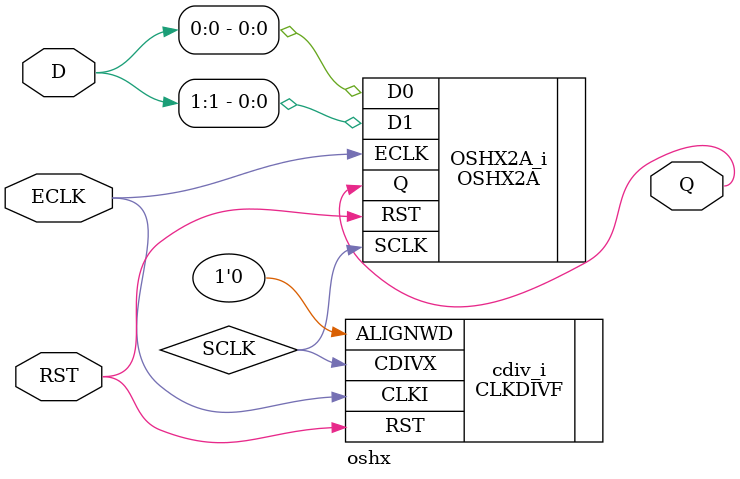
<source format=v>
module oshx(input [1:0] D, input ECLK, RST, output Q);
wire SCLK;

CLKDIVF #(.DIV("2.0")) cdiv_i (.CLKI(ECLK), .RST(RST), .ALIGNWD(1'b0), .CDIVX(SCLK));

OSHX2A OSHX2A_i(.D0(D[0]), .D1(D[1]),
               .ECLK(ECLK), .SCLK(SCLK), .RST(RST),
               .Q(Q));
endmodule

</source>
